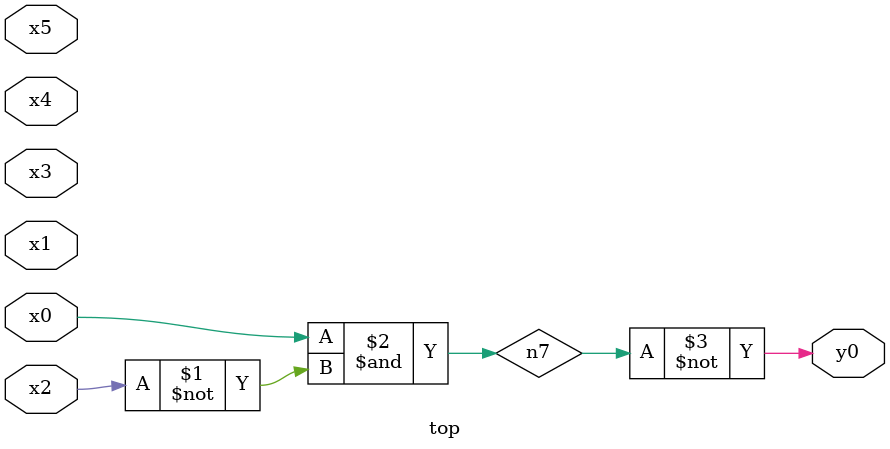
<source format=v>
module top( x0 , x1 , x2 , x3 , x4 , x5 , y0 );
  input x0 , x1 , x2 , x3 , x4 , x5 ;
  output y0 ;
  wire n7 ;
  assign n7 = x0 & ~x2 ;
  assign y0 = ~n7 ;
endmodule

</source>
